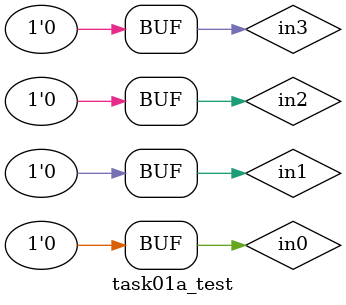
<source format=v>
`timescale 1ns / 1ps
module task01a_test;

	// Inputs
	reg in0;
	reg in1;
	reg in2;
	reg in3;

	// Outputs
	wire out;

	// Instantiate the Unit Under Test (UUT)
	task01a uut (
		.out(out),
		.in0(in0),
		.in1(in1),
		.in2(in2),
		.in3(in3)
	);

	initial begin
		// Initialize Inputs
		in0 = 0;
		in1 = 0;
		in2 = 0;
		in3 = 0;

		// Wait 100 ns for global reset to finish
		#100;

		// Add stimulus here
		#10 in0 = 1;
		#10 in1 = 1;
		#10 in2 = 1;
		#10 in3 = 1;
		#10 in0 = 0;
		#10 in1 = 0;
		#10 in2 = 0;
		#10 in3 = 0;
	end

endmodule

</source>
